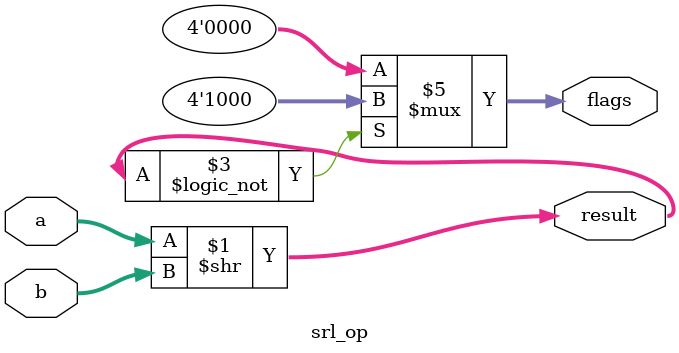
<source format=sv>
module srl_op #(parameter N=32)
(
  input logic [N-1:0] a,
  input logic [N-1:0] b,
  output logic [N-1:0] result,
  output logic [3:0] flags
);

  assign result = a >> b;
  
  //definimos el orden de los flags como (Z)(N)(C)(V)
  
  always @(result)
    begin
      if(result == 32'd0)
	     flags=4'b1000;
		else
			flags=4'b0000;	
    end
endmodule 
</source>
